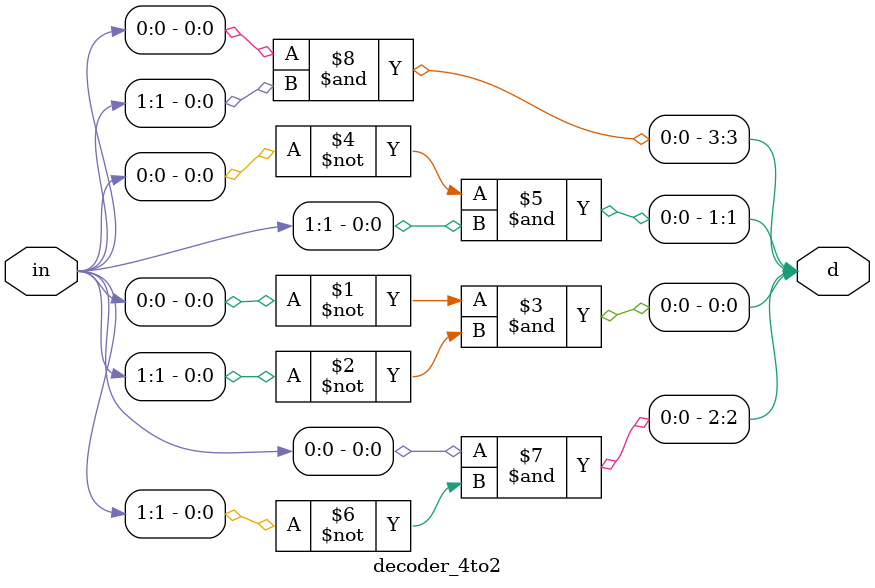
<source format=v>
`timescale 1ns / 1ps


module decoder_4to2(
input [0:1] in,
//output reg [0:3] d //for behavioral
output wire [0:3] d //for data flow
);

/*
//behavioral
always @(*) begin
    case (in)
        2'b00: d = 4'b0001;
        2'b01: d = 4'b0010;
        2'b10: d = 4'b0100;
        2'b11: d = 4'b1000;
        default: d = 4'bxxxx;  // Don't care condition
    endcase
end
*/

//data flow
assign d[0]= (~in[0] & ~in[1]);
assign d[1]= (~in[0] & in[1]);
assign d[2]= (in[0] & ~in[1]);
assign d[3]= (in[0] & in[1]);

/*
//gate level
and (d[0], ~in[0], ~in[1]);
and (d[1], ~in[0], in[1]);
and (d[2], in[0], ~in[1]);
and (d[3], in[0], in[1]);

*/
endmodule

</source>
